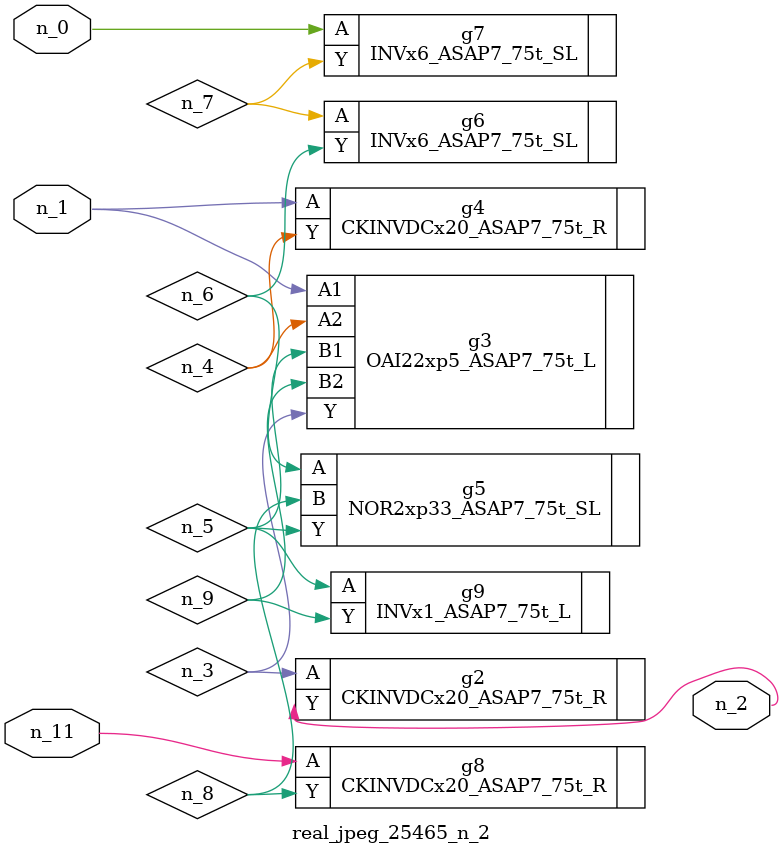
<source format=v>
module real_jpeg_25465_n_2 (n_1, n_11, n_0, n_2);

input n_1;
input n_11;
input n_0;

output n_2;

wire n_5;
wire n_4;
wire n_8;
wire n_6;
wire n_7;
wire n_3;
wire n_9;

INVx6_ASAP7_75t_SL g7 ( 
.A(n_0),
.Y(n_7)
);

OAI22xp5_ASAP7_75t_L g3 ( 
.A1(n_1),
.A2(n_4),
.B1(n_5),
.B2(n_9),
.Y(n_3)
);

CKINVDCx20_ASAP7_75t_R g4 ( 
.A(n_1),
.Y(n_4)
);

CKINVDCx20_ASAP7_75t_R g2 ( 
.A(n_3),
.Y(n_2)
);

INVx1_ASAP7_75t_L g9 ( 
.A(n_5),
.Y(n_9)
);

NOR2xp33_ASAP7_75t_SL g5 ( 
.A(n_6),
.B(n_8),
.Y(n_5)
);

INVx6_ASAP7_75t_SL g6 ( 
.A(n_7),
.Y(n_6)
);

CKINVDCx20_ASAP7_75t_R g8 ( 
.A(n_11),
.Y(n_8)
);


endmodule
</source>
